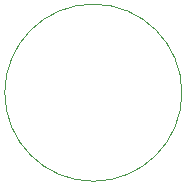
<source format=gbr>
%TF.GenerationSoftware,KiCad,Pcbnew,9.0.0*%
%TF.CreationDate,2025-03-13T16:48:12-04:00*%
%TF.ProjectId,IngestibleCapsule-Board_larger_vias,496e6765-7374-4696-926c-654361707375,rev?*%
%TF.SameCoordinates,Original*%
%TF.FileFunction,Profile,NP*%
%FSLAX46Y46*%
G04 Gerber Fmt 4.6, Leading zero omitted, Abs format (unit mm)*
G04 Created by KiCad (PCBNEW 9.0.0) date 2025-03-13 16:48:12*
%MOMM*%
%LPD*%
G01*
G04 APERTURE LIST*
%TA.AperFunction,Profile*%
%ADD10C,0.050000*%
%TD*%
G04 APERTURE END LIST*
D10*
X107500000Y-95000000D02*
G75*
G02*
X92500000Y-95000000I-7500000J0D01*
G01*
X92500000Y-95000000D02*
G75*
G02*
X107500000Y-95000000I7500000J0D01*
G01*
M02*

</source>
